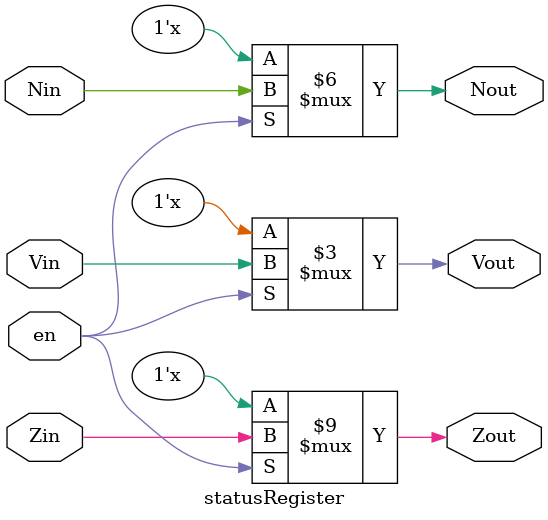
<source format=v>
module statusRegister(en, Vin, Zin, Nin, Vout, Zout, Nout);
input en;
input Zin;// Zero flag input from ALU
input Nin;// Negative flag input from ALU
input Vin;// Overflow flag input from ALU
output reg Zout;// Zero flag
output reg Nout;// Negative flag
output reg Vout; // Overflow flag

always @* begin
    if (en) begin
        // update Z, N, and V flags from ALU inputs
        Zout = Zin;
        Nout = Nin;
        Vout = Vin;
    end
end

endmodule

</source>
